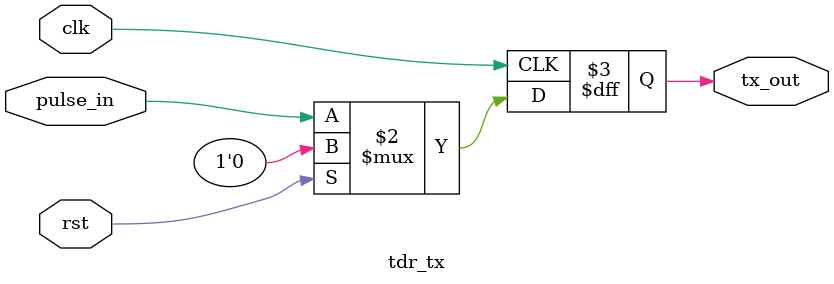
<source format=sv>

module tdr_tx (
    input  logic clk,
    input  logic rst,
    input  logic pulse_in,
    output logic tx_out
);

    // Simple registered output to drive the delay line
    always_ff @(posedge clk) begin
        tx_out <= rst ? 1'b0 : pulse_in;
    end

endmodule

</source>
